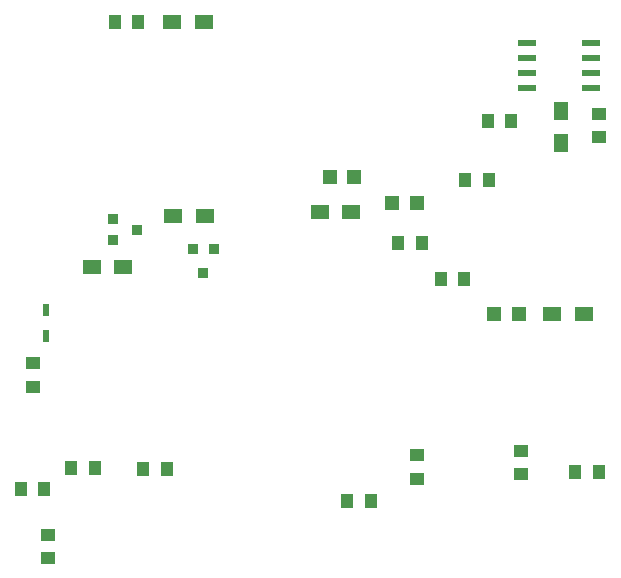
<source format=gtp>
%FSLAX46Y46*%
G04 Gerber Fmt 4.6, Leading zero omitted, Abs format (unit mm)*
G04 Created by KiCad (PCBNEW (2014-10-27 BZR 5228)-product) date 27/07/2015 07:41:13*
%MOMM*%
G01*
G04 APERTURE LIST*
%ADD10C,0.100000*%
%ADD11R,1.000000X1.250000*%
%ADD12R,1.250000X1.000000*%
%ADD13R,1.550000X0.600000*%
%ADD14R,1.500000X1.300000*%
%ADD15R,1.300000X1.500000*%
%ADD16R,1.198880X1.198880*%
%ADD17R,0.914400X0.914400*%
%ADD18R,0.599440X1.000760*%
G04 APERTURE END LIST*
D10*
D11*
X148950000Y-84200000D03*
X146950000Y-84200000D03*
X142650000Y-86000000D03*
X144650000Y-86000000D03*
D12*
X143700000Y-77350000D03*
X143700000Y-75350000D03*
X144950000Y-89850000D03*
X144950000Y-91850000D03*
X185000000Y-84750000D03*
X185000000Y-82750000D03*
X176175000Y-83125000D03*
X176175000Y-85125000D03*
D11*
X189600000Y-84500000D03*
X191600000Y-84500000D03*
X152600000Y-46450000D03*
X150600000Y-46450000D03*
D12*
X191600000Y-54200000D03*
X191600000Y-56200000D03*
D13*
X185501300Y-48234600D03*
X185501300Y-49504600D03*
X185501300Y-50774600D03*
X185501300Y-52044600D03*
X190901300Y-52044600D03*
X190901300Y-50774600D03*
X190901300Y-49504600D03*
X190901300Y-48234600D03*
D11*
X184200000Y-54800000D03*
X182200000Y-54800000D03*
X170300000Y-87000000D03*
X172300000Y-87000000D03*
D14*
X158200000Y-46400000D03*
X155500000Y-46400000D03*
D15*
X188400000Y-53950000D03*
X188400000Y-56650000D03*
D11*
X182300000Y-59800000D03*
X180300000Y-59800000D03*
D14*
X151350000Y-67150000D03*
X148650000Y-67150000D03*
D16*
X170899020Y-59550000D03*
X168800980Y-59550000D03*
X174100980Y-61750000D03*
X176199020Y-61750000D03*
X182750980Y-71200000D03*
X184849020Y-71200000D03*
D14*
X167950000Y-62500000D03*
X170650000Y-62500000D03*
X190350000Y-71200000D03*
X187650000Y-71200000D03*
D17*
X157211000Y-65684000D03*
X158989000Y-65684000D03*
X158100000Y-67716000D03*
X150484000Y-64939000D03*
X150484000Y-63161000D03*
X152516000Y-64050000D03*
D14*
X158250000Y-62900000D03*
X155550000Y-62900000D03*
D18*
X144750000Y-73049820D03*
X144750000Y-70850180D03*
D11*
X178200000Y-68200000D03*
X180200000Y-68200000D03*
X153025000Y-84275000D03*
X155025000Y-84275000D03*
X174600000Y-65150000D03*
X176600000Y-65150000D03*
M02*

</source>
